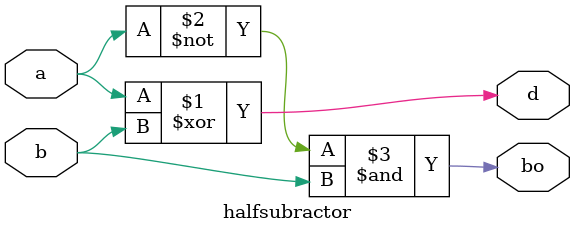
<source format=v>
module halfsubractor(a,b,d,bo);
input a,b;
output d,bo;
assign d=a^b;
assign bo=((~a)&b);
endmodule

</source>
